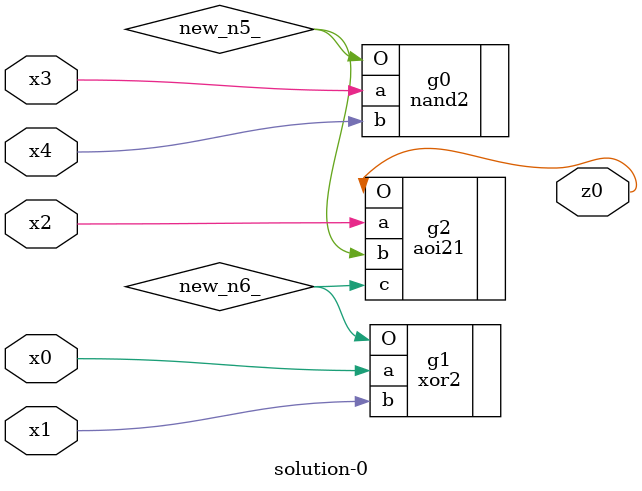
<source format=v>
module \solution-0 (
  x0, x1, x2, x3, x4,
  z0 );
  input x0, x1, x2, x3, x4;
  output z0;
  wire new_n5_, new_n6_;
  nand2  g0(.a(x3), .b(x4), .O(new_n5_));
  xor2  g1(.a(x0), .b(x1), .O(new_n6_));
  aoi21  g2(.a(x2), .b(new_n5_), .c(new_n6_), .O(z0));
endmodule

</source>
